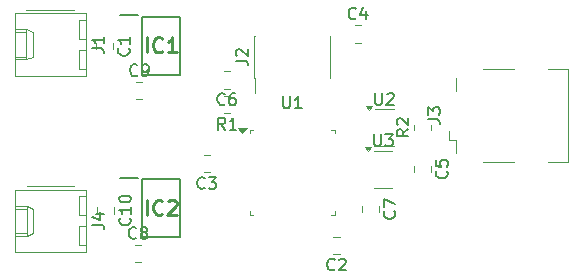
<source format=gbr>
%TF.GenerationSoftware,KiCad,Pcbnew,8.0.6*%
%TF.CreationDate,2025-02-16T10:37:52+01:00*%
%TF.ProjectId,USBTempLogger,55534254-656d-4704-9c6f-676765722e6b,rev?*%
%TF.SameCoordinates,Original*%
%TF.FileFunction,Legend,Top*%
%TF.FilePolarity,Positive*%
%FSLAX46Y46*%
G04 Gerber Fmt 4.6, Leading zero omitted, Abs format (unit mm)*
G04 Created by KiCad (PCBNEW 8.0.6) date 2025-02-16 10:37:52*
%MOMM*%
%LPD*%
G01*
G04 APERTURE LIST*
%ADD10C,0.150000*%
%ADD11C,0.254000*%
%ADD12C,0.120000*%
%ADD13C,0.200000*%
G04 APERTURE END LIST*
D10*
X165983333Y-86679580D02*
X165935714Y-86727200D01*
X165935714Y-86727200D02*
X165792857Y-86774819D01*
X165792857Y-86774819D02*
X165697619Y-86774819D01*
X165697619Y-86774819D02*
X165554762Y-86727200D01*
X165554762Y-86727200D02*
X165459524Y-86631961D01*
X165459524Y-86631961D02*
X165411905Y-86536723D01*
X165411905Y-86536723D02*
X165364286Y-86346247D01*
X165364286Y-86346247D02*
X165364286Y-86203390D01*
X165364286Y-86203390D02*
X165411905Y-86012914D01*
X165411905Y-86012914D02*
X165459524Y-85917676D01*
X165459524Y-85917676D02*
X165554762Y-85822438D01*
X165554762Y-85822438D02*
X165697619Y-85774819D01*
X165697619Y-85774819D02*
X165792857Y-85774819D01*
X165792857Y-85774819D02*
X165935714Y-85822438D01*
X165935714Y-85822438D02*
X165983333Y-85870057D01*
X166840476Y-86108152D02*
X166840476Y-86774819D01*
X166602381Y-85727200D02*
X166364286Y-86441485D01*
X166364286Y-86441485D02*
X166983333Y-86441485D01*
X147483333Y-91479580D02*
X147435714Y-91527200D01*
X147435714Y-91527200D02*
X147292857Y-91574819D01*
X147292857Y-91574819D02*
X147197619Y-91574819D01*
X147197619Y-91574819D02*
X147054762Y-91527200D01*
X147054762Y-91527200D02*
X146959524Y-91431961D01*
X146959524Y-91431961D02*
X146911905Y-91336723D01*
X146911905Y-91336723D02*
X146864286Y-91146247D01*
X146864286Y-91146247D02*
X146864286Y-91003390D01*
X146864286Y-91003390D02*
X146911905Y-90812914D01*
X146911905Y-90812914D02*
X146959524Y-90717676D01*
X146959524Y-90717676D02*
X147054762Y-90622438D01*
X147054762Y-90622438D02*
X147197619Y-90574819D01*
X147197619Y-90574819D02*
X147292857Y-90574819D01*
X147292857Y-90574819D02*
X147435714Y-90622438D01*
X147435714Y-90622438D02*
X147483333Y-90670057D01*
X147959524Y-91574819D02*
X148150000Y-91574819D01*
X148150000Y-91574819D02*
X148245238Y-91527200D01*
X148245238Y-91527200D02*
X148292857Y-91479580D01*
X148292857Y-91479580D02*
X148388095Y-91336723D01*
X148388095Y-91336723D02*
X148435714Y-91146247D01*
X148435714Y-91146247D02*
X148435714Y-90765295D01*
X148435714Y-90765295D02*
X148388095Y-90670057D01*
X148388095Y-90670057D02*
X148340476Y-90622438D01*
X148340476Y-90622438D02*
X148245238Y-90574819D01*
X148245238Y-90574819D02*
X148054762Y-90574819D01*
X148054762Y-90574819D02*
X147959524Y-90622438D01*
X147959524Y-90622438D02*
X147911905Y-90670057D01*
X147911905Y-90670057D02*
X147864286Y-90765295D01*
X147864286Y-90765295D02*
X147864286Y-91003390D01*
X147864286Y-91003390D02*
X147911905Y-91098628D01*
X147911905Y-91098628D02*
X147959524Y-91146247D01*
X147959524Y-91146247D02*
X148054762Y-91193866D01*
X148054762Y-91193866D02*
X148245238Y-91193866D01*
X148245238Y-91193866D02*
X148340476Y-91146247D01*
X148340476Y-91146247D02*
X148388095Y-91098628D01*
X148388095Y-91098628D02*
X148435714Y-91003390D01*
X172104819Y-95233333D02*
X172819104Y-95233333D01*
X172819104Y-95233333D02*
X172961961Y-95280952D01*
X172961961Y-95280952D02*
X173057200Y-95376190D01*
X173057200Y-95376190D02*
X173104819Y-95519047D01*
X173104819Y-95519047D02*
X173104819Y-95614285D01*
X172104819Y-94852380D02*
X172104819Y-94233333D01*
X172104819Y-94233333D02*
X172485771Y-94566666D01*
X172485771Y-94566666D02*
X172485771Y-94423809D01*
X172485771Y-94423809D02*
X172533390Y-94328571D01*
X172533390Y-94328571D02*
X172581009Y-94280952D01*
X172581009Y-94280952D02*
X172676247Y-94233333D01*
X172676247Y-94233333D02*
X172914342Y-94233333D01*
X172914342Y-94233333D02*
X173009580Y-94280952D01*
X173009580Y-94280952D02*
X173057200Y-94328571D01*
X173057200Y-94328571D02*
X173104819Y-94423809D01*
X173104819Y-94423809D02*
X173104819Y-94709523D01*
X173104819Y-94709523D02*
X173057200Y-94804761D01*
X173057200Y-94804761D02*
X173009580Y-94852380D01*
D11*
X148272237Y-103339318D02*
X148272237Y-102069318D01*
X149602714Y-103218365D02*
X149542238Y-103278842D01*
X149542238Y-103278842D02*
X149360809Y-103339318D01*
X149360809Y-103339318D02*
X149239857Y-103339318D01*
X149239857Y-103339318D02*
X149058428Y-103278842D01*
X149058428Y-103278842D02*
X148937476Y-103157889D01*
X148937476Y-103157889D02*
X148876999Y-103036937D01*
X148876999Y-103036937D02*
X148816523Y-102795032D01*
X148816523Y-102795032D02*
X148816523Y-102613603D01*
X148816523Y-102613603D02*
X148876999Y-102371699D01*
X148876999Y-102371699D02*
X148937476Y-102250746D01*
X148937476Y-102250746D02*
X149058428Y-102129794D01*
X149058428Y-102129794D02*
X149239857Y-102069318D01*
X149239857Y-102069318D02*
X149360809Y-102069318D01*
X149360809Y-102069318D02*
X149542238Y-102129794D01*
X149542238Y-102129794D02*
X149602714Y-102190270D01*
X150086523Y-102190270D02*
X150146999Y-102129794D01*
X150146999Y-102129794D02*
X150267952Y-102069318D01*
X150267952Y-102069318D02*
X150570333Y-102069318D01*
X150570333Y-102069318D02*
X150691285Y-102129794D01*
X150691285Y-102129794D02*
X150751761Y-102190270D01*
X150751761Y-102190270D02*
X150812238Y-102311222D01*
X150812238Y-102311222D02*
X150812238Y-102432175D01*
X150812238Y-102432175D02*
X150751761Y-102613603D01*
X150751761Y-102613603D02*
X150026047Y-103339318D01*
X150026047Y-103339318D02*
X150812238Y-103339318D01*
D10*
X146839580Y-103592857D02*
X146887200Y-103640476D01*
X146887200Y-103640476D02*
X146934819Y-103783333D01*
X146934819Y-103783333D02*
X146934819Y-103878571D01*
X146934819Y-103878571D02*
X146887200Y-104021428D01*
X146887200Y-104021428D02*
X146791961Y-104116666D01*
X146791961Y-104116666D02*
X146696723Y-104164285D01*
X146696723Y-104164285D02*
X146506247Y-104211904D01*
X146506247Y-104211904D02*
X146363390Y-104211904D01*
X146363390Y-104211904D02*
X146172914Y-104164285D01*
X146172914Y-104164285D02*
X146077676Y-104116666D01*
X146077676Y-104116666D02*
X145982438Y-104021428D01*
X145982438Y-104021428D02*
X145934819Y-103878571D01*
X145934819Y-103878571D02*
X145934819Y-103783333D01*
X145934819Y-103783333D02*
X145982438Y-103640476D01*
X145982438Y-103640476D02*
X146030057Y-103592857D01*
X146934819Y-102640476D02*
X146934819Y-103211904D01*
X146934819Y-102926190D02*
X145934819Y-102926190D01*
X145934819Y-102926190D02*
X146077676Y-103021428D01*
X146077676Y-103021428D02*
X146172914Y-103116666D01*
X146172914Y-103116666D02*
X146220533Y-103211904D01*
X145934819Y-102021428D02*
X145934819Y-101926190D01*
X145934819Y-101926190D02*
X145982438Y-101830952D01*
X145982438Y-101830952D02*
X146030057Y-101783333D01*
X146030057Y-101783333D02*
X146125295Y-101735714D01*
X146125295Y-101735714D02*
X146315771Y-101688095D01*
X146315771Y-101688095D02*
X146553866Y-101688095D01*
X146553866Y-101688095D02*
X146744342Y-101735714D01*
X146744342Y-101735714D02*
X146839580Y-101783333D01*
X146839580Y-101783333D02*
X146887200Y-101830952D01*
X146887200Y-101830952D02*
X146934819Y-101926190D01*
X146934819Y-101926190D02*
X146934819Y-102021428D01*
X146934819Y-102021428D02*
X146887200Y-102116666D01*
X146887200Y-102116666D02*
X146839580Y-102164285D01*
X146839580Y-102164285D02*
X146744342Y-102211904D01*
X146744342Y-102211904D02*
X146553866Y-102259523D01*
X146553866Y-102259523D02*
X146315771Y-102259523D01*
X146315771Y-102259523D02*
X146125295Y-102211904D01*
X146125295Y-102211904D02*
X146030057Y-102164285D01*
X146030057Y-102164285D02*
X145982438Y-102116666D01*
X145982438Y-102116666D02*
X145934819Y-102021428D01*
X143674819Y-104163333D02*
X144389104Y-104163333D01*
X144389104Y-104163333D02*
X144531961Y-104210952D01*
X144531961Y-104210952D02*
X144627200Y-104306190D01*
X144627200Y-104306190D02*
X144674819Y-104449047D01*
X144674819Y-104449047D02*
X144674819Y-104544285D01*
X144008152Y-103258571D02*
X144674819Y-103258571D01*
X143627200Y-103496666D02*
X144341485Y-103734761D01*
X144341485Y-103734761D02*
X144341485Y-103115714D01*
X170429819Y-96079166D02*
X169953628Y-96412499D01*
X170429819Y-96650594D02*
X169429819Y-96650594D01*
X169429819Y-96650594D02*
X169429819Y-96269642D01*
X169429819Y-96269642D02*
X169477438Y-96174404D01*
X169477438Y-96174404D02*
X169525057Y-96126785D01*
X169525057Y-96126785D02*
X169620295Y-96079166D01*
X169620295Y-96079166D02*
X169763152Y-96079166D01*
X169763152Y-96079166D02*
X169858390Y-96126785D01*
X169858390Y-96126785D02*
X169906009Y-96174404D01*
X169906009Y-96174404D02*
X169953628Y-96269642D01*
X169953628Y-96269642D02*
X169953628Y-96650594D01*
X169525057Y-95698213D02*
X169477438Y-95650594D01*
X169477438Y-95650594D02*
X169429819Y-95555356D01*
X169429819Y-95555356D02*
X169429819Y-95317261D01*
X169429819Y-95317261D02*
X169477438Y-95222023D01*
X169477438Y-95222023D02*
X169525057Y-95174404D01*
X169525057Y-95174404D02*
X169620295Y-95126785D01*
X169620295Y-95126785D02*
X169715533Y-95126785D01*
X169715533Y-95126785D02*
X169858390Y-95174404D01*
X169858390Y-95174404D02*
X170429819Y-95745832D01*
X170429819Y-95745832D02*
X170429819Y-95126785D01*
X155819819Y-90283333D02*
X156534104Y-90283333D01*
X156534104Y-90283333D02*
X156676961Y-90330952D01*
X156676961Y-90330952D02*
X156772200Y-90426190D01*
X156772200Y-90426190D02*
X156819819Y-90569047D01*
X156819819Y-90569047D02*
X156819819Y-90664285D01*
X155915057Y-89854761D02*
X155867438Y-89807142D01*
X155867438Y-89807142D02*
X155819819Y-89711904D01*
X155819819Y-89711904D02*
X155819819Y-89473809D01*
X155819819Y-89473809D02*
X155867438Y-89378571D01*
X155867438Y-89378571D02*
X155915057Y-89330952D01*
X155915057Y-89330952D02*
X156010295Y-89283333D01*
X156010295Y-89283333D02*
X156105533Y-89283333D01*
X156105533Y-89283333D02*
X156248390Y-89330952D01*
X156248390Y-89330952D02*
X156819819Y-89902380D01*
X156819819Y-89902380D02*
X156819819Y-89283333D01*
X153183333Y-101039580D02*
X153135714Y-101087200D01*
X153135714Y-101087200D02*
X152992857Y-101134819D01*
X152992857Y-101134819D02*
X152897619Y-101134819D01*
X152897619Y-101134819D02*
X152754762Y-101087200D01*
X152754762Y-101087200D02*
X152659524Y-100991961D01*
X152659524Y-100991961D02*
X152611905Y-100896723D01*
X152611905Y-100896723D02*
X152564286Y-100706247D01*
X152564286Y-100706247D02*
X152564286Y-100563390D01*
X152564286Y-100563390D02*
X152611905Y-100372914D01*
X152611905Y-100372914D02*
X152659524Y-100277676D01*
X152659524Y-100277676D02*
X152754762Y-100182438D01*
X152754762Y-100182438D02*
X152897619Y-100134819D01*
X152897619Y-100134819D02*
X152992857Y-100134819D01*
X152992857Y-100134819D02*
X153135714Y-100182438D01*
X153135714Y-100182438D02*
X153183333Y-100230057D01*
X153516667Y-100134819D02*
X154135714Y-100134819D01*
X154135714Y-100134819D02*
X153802381Y-100515771D01*
X153802381Y-100515771D02*
X153945238Y-100515771D01*
X153945238Y-100515771D02*
X154040476Y-100563390D01*
X154040476Y-100563390D02*
X154088095Y-100611009D01*
X154088095Y-100611009D02*
X154135714Y-100706247D01*
X154135714Y-100706247D02*
X154135714Y-100944342D01*
X154135714Y-100944342D02*
X154088095Y-101039580D01*
X154088095Y-101039580D02*
X154040476Y-101087200D01*
X154040476Y-101087200D02*
X153945238Y-101134819D01*
X153945238Y-101134819D02*
X153659524Y-101134819D01*
X153659524Y-101134819D02*
X153564286Y-101087200D01*
X153564286Y-101087200D02*
X153516667Y-101039580D01*
X147383333Y-105279580D02*
X147335714Y-105327200D01*
X147335714Y-105327200D02*
X147192857Y-105374819D01*
X147192857Y-105374819D02*
X147097619Y-105374819D01*
X147097619Y-105374819D02*
X146954762Y-105327200D01*
X146954762Y-105327200D02*
X146859524Y-105231961D01*
X146859524Y-105231961D02*
X146811905Y-105136723D01*
X146811905Y-105136723D02*
X146764286Y-104946247D01*
X146764286Y-104946247D02*
X146764286Y-104803390D01*
X146764286Y-104803390D02*
X146811905Y-104612914D01*
X146811905Y-104612914D02*
X146859524Y-104517676D01*
X146859524Y-104517676D02*
X146954762Y-104422438D01*
X146954762Y-104422438D02*
X147097619Y-104374819D01*
X147097619Y-104374819D02*
X147192857Y-104374819D01*
X147192857Y-104374819D02*
X147335714Y-104422438D01*
X147335714Y-104422438D02*
X147383333Y-104470057D01*
X147954762Y-104803390D02*
X147859524Y-104755771D01*
X147859524Y-104755771D02*
X147811905Y-104708152D01*
X147811905Y-104708152D02*
X147764286Y-104612914D01*
X147764286Y-104612914D02*
X147764286Y-104565295D01*
X147764286Y-104565295D02*
X147811905Y-104470057D01*
X147811905Y-104470057D02*
X147859524Y-104422438D01*
X147859524Y-104422438D02*
X147954762Y-104374819D01*
X147954762Y-104374819D02*
X148145238Y-104374819D01*
X148145238Y-104374819D02*
X148240476Y-104422438D01*
X148240476Y-104422438D02*
X148288095Y-104470057D01*
X148288095Y-104470057D02*
X148335714Y-104565295D01*
X148335714Y-104565295D02*
X148335714Y-104612914D01*
X148335714Y-104612914D02*
X148288095Y-104708152D01*
X148288095Y-104708152D02*
X148240476Y-104755771D01*
X148240476Y-104755771D02*
X148145238Y-104803390D01*
X148145238Y-104803390D02*
X147954762Y-104803390D01*
X147954762Y-104803390D02*
X147859524Y-104851009D01*
X147859524Y-104851009D02*
X147811905Y-104898628D01*
X147811905Y-104898628D02*
X147764286Y-104993866D01*
X147764286Y-104993866D02*
X147764286Y-105184342D01*
X147764286Y-105184342D02*
X147811905Y-105279580D01*
X147811905Y-105279580D02*
X147859524Y-105327200D01*
X147859524Y-105327200D02*
X147954762Y-105374819D01*
X147954762Y-105374819D02*
X148145238Y-105374819D01*
X148145238Y-105374819D02*
X148240476Y-105327200D01*
X148240476Y-105327200D02*
X148288095Y-105279580D01*
X148288095Y-105279580D02*
X148335714Y-105184342D01*
X148335714Y-105184342D02*
X148335714Y-104993866D01*
X148335714Y-104993866D02*
X148288095Y-104898628D01*
X148288095Y-104898628D02*
X148240476Y-104851009D01*
X148240476Y-104851009D02*
X148145238Y-104803390D01*
X169239580Y-103016666D02*
X169287200Y-103064285D01*
X169287200Y-103064285D02*
X169334819Y-103207142D01*
X169334819Y-103207142D02*
X169334819Y-103302380D01*
X169334819Y-103302380D02*
X169287200Y-103445237D01*
X169287200Y-103445237D02*
X169191961Y-103540475D01*
X169191961Y-103540475D02*
X169096723Y-103588094D01*
X169096723Y-103588094D02*
X168906247Y-103635713D01*
X168906247Y-103635713D02*
X168763390Y-103635713D01*
X168763390Y-103635713D02*
X168572914Y-103588094D01*
X168572914Y-103588094D02*
X168477676Y-103540475D01*
X168477676Y-103540475D02*
X168382438Y-103445237D01*
X168382438Y-103445237D02*
X168334819Y-103302380D01*
X168334819Y-103302380D02*
X168334819Y-103207142D01*
X168334819Y-103207142D02*
X168382438Y-103064285D01*
X168382438Y-103064285D02*
X168430057Y-103016666D01*
X168334819Y-102683332D02*
X168334819Y-102016666D01*
X168334819Y-102016666D02*
X169334819Y-102445237D01*
X154883333Y-93939580D02*
X154835714Y-93987200D01*
X154835714Y-93987200D02*
X154692857Y-94034819D01*
X154692857Y-94034819D02*
X154597619Y-94034819D01*
X154597619Y-94034819D02*
X154454762Y-93987200D01*
X154454762Y-93987200D02*
X154359524Y-93891961D01*
X154359524Y-93891961D02*
X154311905Y-93796723D01*
X154311905Y-93796723D02*
X154264286Y-93606247D01*
X154264286Y-93606247D02*
X154264286Y-93463390D01*
X154264286Y-93463390D02*
X154311905Y-93272914D01*
X154311905Y-93272914D02*
X154359524Y-93177676D01*
X154359524Y-93177676D02*
X154454762Y-93082438D01*
X154454762Y-93082438D02*
X154597619Y-93034819D01*
X154597619Y-93034819D02*
X154692857Y-93034819D01*
X154692857Y-93034819D02*
X154835714Y-93082438D01*
X154835714Y-93082438D02*
X154883333Y-93130057D01*
X155740476Y-93034819D02*
X155550000Y-93034819D01*
X155550000Y-93034819D02*
X155454762Y-93082438D01*
X155454762Y-93082438D02*
X155407143Y-93130057D01*
X155407143Y-93130057D02*
X155311905Y-93272914D01*
X155311905Y-93272914D02*
X155264286Y-93463390D01*
X155264286Y-93463390D02*
X155264286Y-93844342D01*
X155264286Y-93844342D02*
X155311905Y-93939580D01*
X155311905Y-93939580D02*
X155359524Y-93987200D01*
X155359524Y-93987200D02*
X155454762Y-94034819D01*
X155454762Y-94034819D02*
X155645238Y-94034819D01*
X155645238Y-94034819D02*
X155740476Y-93987200D01*
X155740476Y-93987200D02*
X155788095Y-93939580D01*
X155788095Y-93939580D02*
X155835714Y-93844342D01*
X155835714Y-93844342D02*
X155835714Y-93606247D01*
X155835714Y-93606247D02*
X155788095Y-93511009D01*
X155788095Y-93511009D02*
X155740476Y-93463390D01*
X155740476Y-93463390D02*
X155645238Y-93415771D01*
X155645238Y-93415771D02*
X155454762Y-93415771D01*
X155454762Y-93415771D02*
X155359524Y-93463390D01*
X155359524Y-93463390D02*
X155311905Y-93511009D01*
X155311905Y-93511009D02*
X155264286Y-93606247D01*
D11*
X148260237Y-89574318D02*
X148260237Y-88304318D01*
X149590714Y-89453365D02*
X149530238Y-89513842D01*
X149530238Y-89513842D02*
X149348809Y-89574318D01*
X149348809Y-89574318D02*
X149227857Y-89574318D01*
X149227857Y-89574318D02*
X149046428Y-89513842D01*
X149046428Y-89513842D02*
X148925476Y-89392889D01*
X148925476Y-89392889D02*
X148864999Y-89271937D01*
X148864999Y-89271937D02*
X148804523Y-89030032D01*
X148804523Y-89030032D02*
X148804523Y-88848603D01*
X148804523Y-88848603D02*
X148864999Y-88606699D01*
X148864999Y-88606699D02*
X148925476Y-88485746D01*
X148925476Y-88485746D02*
X149046428Y-88364794D01*
X149046428Y-88364794D02*
X149227857Y-88304318D01*
X149227857Y-88304318D02*
X149348809Y-88304318D01*
X149348809Y-88304318D02*
X149530238Y-88364794D01*
X149530238Y-88364794D02*
X149590714Y-88425270D01*
X150800238Y-89574318D02*
X150074523Y-89574318D01*
X150437380Y-89574318D02*
X150437380Y-88304318D01*
X150437380Y-88304318D02*
X150316428Y-88485746D01*
X150316428Y-88485746D02*
X150195476Y-88606699D01*
X150195476Y-88606699D02*
X150074523Y-88667175D01*
D10*
X167625595Y-93004819D02*
X167625595Y-93814342D01*
X167625595Y-93814342D02*
X167673214Y-93909580D01*
X167673214Y-93909580D02*
X167720833Y-93957200D01*
X167720833Y-93957200D02*
X167816071Y-94004819D01*
X167816071Y-94004819D02*
X168006547Y-94004819D01*
X168006547Y-94004819D02*
X168101785Y-93957200D01*
X168101785Y-93957200D02*
X168149404Y-93909580D01*
X168149404Y-93909580D02*
X168197023Y-93814342D01*
X168197023Y-93814342D02*
X168197023Y-93004819D01*
X168625595Y-93100057D02*
X168673214Y-93052438D01*
X168673214Y-93052438D02*
X168768452Y-93004819D01*
X168768452Y-93004819D02*
X169006547Y-93004819D01*
X169006547Y-93004819D02*
X169101785Y-93052438D01*
X169101785Y-93052438D02*
X169149404Y-93100057D01*
X169149404Y-93100057D02*
X169197023Y-93195295D01*
X169197023Y-93195295D02*
X169197023Y-93290533D01*
X169197023Y-93290533D02*
X169149404Y-93433390D01*
X169149404Y-93433390D02*
X168577976Y-94004819D01*
X168577976Y-94004819D02*
X169197023Y-94004819D01*
X164183333Y-107939580D02*
X164135714Y-107987200D01*
X164135714Y-107987200D02*
X163992857Y-108034819D01*
X163992857Y-108034819D02*
X163897619Y-108034819D01*
X163897619Y-108034819D02*
X163754762Y-107987200D01*
X163754762Y-107987200D02*
X163659524Y-107891961D01*
X163659524Y-107891961D02*
X163611905Y-107796723D01*
X163611905Y-107796723D02*
X163564286Y-107606247D01*
X163564286Y-107606247D02*
X163564286Y-107463390D01*
X163564286Y-107463390D02*
X163611905Y-107272914D01*
X163611905Y-107272914D02*
X163659524Y-107177676D01*
X163659524Y-107177676D02*
X163754762Y-107082438D01*
X163754762Y-107082438D02*
X163897619Y-107034819D01*
X163897619Y-107034819D02*
X163992857Y-107034819D01*
X163992857Y-107034819D02*
X164135714Y-107082438D01*
X164135714Y-107082438D02*
X164183333Y-107130057D01*
X164564286Y-107130057D02*
X164611905Y-107082438D01*
X164611905Y-107082438D02*
X164707143Y-107034819D01*
X164707143Y-107034819D02*
X164945238Y-107034819D01*
X164945238Y-107034819D02*
X165040476Y-107082438D01*
X165040476Y-107082438D02*
X165088095Y-107130057D01*
X165088095Y-107130057D02*
X165135714Y-107225295D01*
X165135714Y-107225295D02*
X165135714Y-107320533D01*
X165135714Y-107320533D02*
X165088095Y-107463390D01*
X165088095Y-107463390D02*
X164516667Y-108034819D01*
X164516667Y-108034819D02*
X165135714Y-108034819D01*
X159838095Y-93299819D02*
X159838095Y-94109342D01*
X159838095Y-94109342D02*
X159885714Y-94204580D01*
X159885714Y-94204580D02*
X159933333Y-94252200D01*
X159933333Y-94252200D02*
X160028571Y-94299819D01*
X160028571Y-94299819D02*
X160219047Y-94299819D01*
X160219047Y-94299819D02*
X160314285Y-94252200D01*
X160314285Y-94252200D02*
X160361904Y-94204580D01*
X160361904Y-94204580D02*
X160409523Y-94109342D01*
X160409523Y-94109342D02*
X160409523Y-93299819D01*
X161409523Y-94299819D02*
X160838095Y-94299819D01*
X161123809Y-94299819D02*
X161123809Y-93299819D01*
X161123809Y-93299819D02*
X161028571Y-93442676D01*
X161028571Y-93442676D02*
X160933333Y-93537914D01*
X160933333Y-93537914D02*
X160838095Y-93585533D01*
X167525595Y-96504819D02*
X167525595Y-97314342D01*
X167525595Y-97314342D02*
X167573214Y-97409580D01*
X167573214Y-97409580D02*
X167620833Y-97457200D01*
X167620833Y-97457200D02*
X167716071Y-97504819D01*
X167716071Y-97504819D02*
X167906547Y-97504819D01*
X167906547Y-97504819D02*
X168001785Y-97457200D01*
X168001785Y-97457200D02*
X168049404Y-97409580D01*
X168049404Y-97409580D02*
X168097023Y-97314342D01*
X168097023Y-97314342D02*
X168097023Y-96504819D01*
X168477976Y-96504819D02*
X169097023Y-96504819D01*
X169097023Y-96504819D02*
X168763690Y-96885771D01*
X168763690Y-96885771D02*
X168906547Y-96885771D01*
X168906547Y-96885771D02*
X169001785Y-96933390D01*
X169001785Y-96933390D02*
X169049404Y-96981009D01*
X169049404Y-96981009D02*
X169097023Y-97076247D01*
X169097023Y-97076247D02*
X169097023Y-97314342D01*
X169097023Y-97314342D02*
X169049404Y-97409580D01*
X169049404Y-97409580D02*
X169001785Y-97457200D01*
X169001785Y-97457200D02*
X168906547Y-97504819D01*
X168906547Y-97504819D02*
X168620833Y-97504819D01*
X168620833Y-97504819D02*
X168525595Y-97457200D01*
X168525595Y-97457200D02*
X168477976Y-97409580D01*
X154920833Y-96104819D02*
X154587500Y-95628628D01*
X154349405Y-96104819D02*
X154349405Y-95104819D01*
X154349405Y-95104819D02*
X154730357Y-95104819D01*
X154730357Y-95104819D02*
X154825595Y-95152438D01*
X154825595Y-95152438D02*
X154873214Y-95200057D01*
X154873214Y-95200057D02*
X154920833Y-95295295D01*
X154920833Y-95295295D02*
X154920833Y-95438152D01*
X154920833Y-95438152D02*
X154873214Y-95533390D01*
X154873214Y-95533390D02*
X154825595Y-95581009D01*
X154825595Y-95581009D02*
X154730357Y-95628628D01*
X154730357Y-95628628D02*
X154349405Y-95628628D01*
X155873214Y-96104819D02*
X155301786Y-96104819D01*
X155587500Y-96104819D02*
X155587500Y-95104819D01*
X155587500Y-95104819D02*
X155492262Y-95247676D01*
X155492262Y-95247676D02*
X155397024Y-95342914D01*
X155397024Y-95342914D02*
X155301786Y-95390533D01*
X173664580Y-99616666D02*
X173712200Y-99664285D01*
X173712200Y-99664285D02*
X173759819Y-99807142D01*
X173759819Y-99807142D02*
X173759819Y-99902380D01*
X173759819Y-99902380D02*
X173712200Y-100045237D01*
X173712200Y-100045237D02*
X173616961Y-100140475D01*
X173616961Y-100140475D02*
X173521723Y-100188094D01*
X173521723Y-100188094D02*
X173331247Y-100235713D01*
X173331247Y-100235713D02*
X173188390Y-100235713D01*
X173188390Y-100235713D02*
X172997914Y-100188094D01*
X172997914Y-100188094D02*
X172902676Y-100140475D01*
X172902676Y-100140475D02*
X172807438Y-100045237D01*
X172807438Y-100045237D02*
X172759819Y-99902380D01*
X172759819Y-99902380D02*
X172759819Y-99807142D01*
X172759819Y-99807142D02*
X172807438Y-99664285D01*
X172807438Y-99664285D02*
X172855057Y-99616666D01*
X172759819Y-98711904D02*
X172759819Y-99188094D01*
X172759819Y-99188094D02*
X173236009Y-99235713D01*
X173236009Y-99235713D02*
X173188390Y-99188094D01*
X173188390Y-99188094D02*
X173140771Y-99092856D01*
X173140771Y-99092856D02*
X173140771Y-98854761D01*
X173140771Y-98854761D02*
X173188390Y-98759523D01*
X173188390Y-98759523D02*
X173236009Y-98711904D01*
X173236009Y-98711904D02*
X173331247Y-98664285D01*
X173331247Y-98664285D02*
X173569342Y-98664285D01*
X173569342Y-98664285D02*
X173664580Y-98711904D01*
X173664580Y-98711904D02*
X173712200Y-98759523D01*
X173712200Y-98759523D02*
X173759819Y-98854761D01*
X173759819Y-98854761D02*
X173759819Y-99092856D01*
X173759819Y-99092856D02*
X173712200Y-99188094D01*
X173712200Y-99188094D02*
X173664580Y-99235713D01*
X143654819Y-89233333D02*
X144369104Y-89233333D01*
X144369104Y-89233333D02*
X144511961Y-89280952D01*
X144511961Y-89280952D02*
X144607200Y-89376190D01*
X144607200Y-89376190D02*
X144654819Y-89519047D01*
X144654819Y-89519047D02*
X144654819Y-89614285D01*
X144654819Y-88233333D02*
X144654819Y-88804761D01*
X144654819Y-88519047D02*
X143654819Y-88519047D01*
X143654819Y-88519047D02*
X143797676Y-88614285D01*
X143797676Y-88614285D02*
X143892914Y-88709523D01*
X143892914Y-88709523D02*
X143940533Y-88804761D01*
X146739580Y-89216666D02*
X146787200Y-89264285D01*
X146787200Y-89264285D02*
X146834819Y-89407142D01*
X146834819Y-89407142D02*
X146834819Y-89502380D01*
X146834819Y-89502380D02*
X146787200Y-89645237D01*
X146787200Y-89645237D02*
X146691961Y-89740475D01*
X146691961Y-89740475D02*
X146596723Y-89788094D01*
X146596723Y-89788094D02*
X146406247Y-89835713D01*
X146406247Y-89835713D02*
X146263390Y-89835713D01*
X146263390Y-89835713D02*
X146072914Y-89788094D01*
X146072914Y-89788094D02*
X145977676Y-89740475D01*
X145977676Y-89740475D02*
X145882438Y-89645237D01*
X145882438Y-89645237D02*
X145834819Y-89502380D01*
X145834819Y-89502380D02*
X145834819Y-89407142D01*
X145834819Y-89407142D02*
X145882438Y-89264285D01*
X145882438Y-89264285D02*
X145930057Y-89216666D01*
X146834819Y-88264285D02*
X146834819Y-88835713D01*
X146834819Y-88549999D02*
X145834819Y-88549999D01*
X145834819Y-88549999D02*
X145977676Y-88645237D01*
X145977676Y-88645237D02*
X146072914Y-88740475D01*
X146072914Y-88740475D02*
X146120533Y-88835713D01*
D12*
%TO.C,C4*%
X165888748Y-87265000D02*
X166411252Y-87265000D01*
X165888748Y-88735000D02*
X166411252Y-88735000D01*
%TO.C,C9*%
X147388748Y-92065000D02*
X147911252Y-92065000D01*
X147388748Y-93535000D02*
X147911252Y-93535000D01*
%TO.C,J3*%
X173850000Y-96950000D02*
X173850000Y-96250000D01*
X174440000Y-92850000D02*
X174440000Y-91700000D01*
X174440000Y-96950000D02*
X173850000Y-96950000D01*
X174440000Y-98100000D02*
X174440000Y-96950000D01*
X176750000Y-90940000D02*
X179350000Y-90940000D01*
X179350000Y-98860000D02*
X176750000Y-98860000D01*
X182250000Y-98860000D02*
X183910000Y-98860000D01*
X183910000Y-90940000D02*
X182250000Y-90940000D01*
X183910000Y-98860000D02*
X183910000Y-90940000D01*
D13*
%TO.C,IC2*%
X146037000Y-100185000D02*
X147562000Y-100185000D01*
X147912000Y-100315000D02*
X151112000Y-100315000D01*
X147912000Y-105215000D02*
X147912000Y-100315000D01*
X151112000Y-100315000D02*
X151112000Y-105215000D01*
X151112000Y-105215000D02*
X147912000Y-105215000D01*
D12*
%TO.C,C10*%
X144065000Y-102688748D02*
X144065000Y-103211252D01*
X145535000Y-102688748D02*
X145535000Y-103211252D01*
%TO.C,J4*%
X137110000Y-101180000D02*
X137110000Y-106480000D01*
X137110000Y-102560000D02*
X138110000Y-102560000D01*
X137110000Y-102810000D02*
X138110000Y-102810000D01*
X137110000Y-104850000D02*
X138110000Y-104850000D01*
X137110000Y-106480000D02*
X143130000Y-106480000D01*
X138110000Y-102560000D02*
X138110000Y-105100000D01*
X138110000Y-102560000D02*
X138640000Y-102810000D01*
X138110000Y-105100000D02*
X137110000Y-105100000D01*
X138640000Y-102810000D02*
X138640000Y-104850000D01*
X138640000Y-104850000D02*
X138110000Y-105100000D01*
X142100000Y-100890000D02*
X138100000Y-100890000D01*
X142530000Y-101760000D02*
X142530000Y-103360000D01*
X142530000Y-103360000D02*
X143130000Y-103360000D01*
X142530000Y-104300000D02*
X142530000Y-105900000D01*
X142530000Y-105900000D02*
X143130000Y-105900000D01*
X143130000Y-101180000D02*
X137110000Y-101180000D01*
X143130000Y-101760000D02*
X142530000Y-101760000D01*
X143130000Y-104300000D02*
X142530000Y-104300000D01*
X143130000Y-106480000D02*
X143130000Y-101180000D01*
%TO.C,R2*%
X170890000Y-96139564D02*
X170890000Y-95685436D01*
X172360000Y-96139564D02*
X172360000Y-95685436D01*
%TO.C,J2*%
X157365000Y-88185000D02*
X157430000Y-88185000D01*
X157365000Y-91715000D02*
X157365000Y-88185000D01*
X157365000Y-91715000D02*
X157430000Y-91715000D01*
X157430000Y-93040000D02*
X157430000Y-91715000D01*
X163770000Y-88185000D02*
X163835000Y-88185000D01*
X163770000Y-91715000D02*
X163835000Y-91715000D01*
X163835000Y-91715000D02*
X163835000Y-88185000D01*
%TO.C,C3*%
X153611252Y-98265000D02*
X153088748Y-98265000D01*
X153611252Y-99735000D02*
X153088748Y-99735000D01*
%TO.C,C8*%
X147288748Y-105865000D02*
X147811252Y-105865000D01*
X147288748Y-107335000D02*
X147811252Y-107335000D01*
%TO.C,C7*%
X166465000Y-102588748D02*
X166465000Y-103111252D01*
X167935000Y-102588748D02*
X167935000Y-103111252D01*
%TO.C,C6*%
X155311252Y-91165000D02*
X154788748Y-91165000D01*
X155311252Y-92635000D02*
X154788748Y-92635000D01*
D13*
%TO.C,IC1*%
X146025000Y-86420000D02*
X147550000Y-86420000D01*
X147900000Y-86550000D02*
X151100000Y-86550000D01*
X147900000Y-91450000D02*
X147900000Y-86550000D01*
X151100000Y-86550000D02*
X151100000Y-91450000D01*
X151100000Y-91450000D02*
X147900000Y-91450000D01*
D12*
%TO.C,U2*%
X168387500Y-94390000D02*
X167587500Y-94390000D01*
X168387500Y-94390000D02*
X169187500Y-94390000D01*
X168387500Y-97510000D02*
X167587500Y-97510000D01*
X168387500Y-97510000D02*
X169187500Y-97510000D01*
X167087500Y-94440000D02*
X166847500Y-94110000D01*
X167327500Y-94110000D01*
X167087500Y-94440000D01*
G36*
X167087500Y-94440000D02*
G01*
X166847500Y-94110000D01*
X167327500Y-94110000D01*
X167087500Y-94440000D01*
G37*
%TO.C,C2*%
X164611252Y-105165000D02*
X164088748Y-105165000D01*
X164611252Y-106635000D02*
X164088748Y-106635000D01*
%TO.C,U1*%
X156990000Y-96115000D02*
X156990000Y-96415000D01*
X156990000Y-103335000D02*
X156990000Y-103035000D01*
X157290000Y-96115000D02*
X156990000Y-96115000D01*
X157290000Y-103335000D02*
X156990000Y-103335000D01*
X163910000Y-96115000D02*
X164210000Y-96115000D01*
X163910000Y-103335000D02*
X164210000Y-103335000D01*
X164210000Y-96115000D02*
X164210000Y-96415000D01*
X164210000Y-103335000D02*
X164210000Y-103035000D01*
X156387500Y-96415000D02*
X156047500Y-95945000D01*
X156727500Y-95945000D01*
X156387500Y-96415000D01*
G36*
X156387500Y-96415000D02*
G01*
X156047500Y-95945000D01*
X156727500Y-95945000D01*
X156387500Y-96415000D01*
G37*
%TO.C,U3*%
X168287500Y-97890000D02*
X167487500Y-97890000D01*
X168287500Y-97890000D02*
X169087500Y-97890000D01*
X168287500Y-101010000D02*
X167487500Y-101010000D01*
X168287500Y-101010000D02*
X169087500Y-101010000D01*
X166987500Y-97940000D02*
X166747500Y-97610000D01*
X167227500Y-97610000D01*
X166987500Y-97940000D01*
G36*
X166987500Y-97940000D02*
G01*
X166747500Y-97610000D01*
X167227500Y-97610000D01*
X166987500Y-97940000D01*
G37*
%TO.C,R1*%
X155314564Y-93265000D02*
X154860436Y-93265000D01*
X155314564Y-94735000D02*
X154860436Y-94735000D01*
%TO.C,C5*%
X170890000Y-99188748D02*
X170890000Y-99711252D01*
X172360000Y-99188748D02*
X172360000Y-99711252D01*
%TO.C,J1*%
X137090000Y-86250000D02*
X137090000Y-91550000D01*
X137090000Y-87630000D02*
X138090000Y-87630000D01*
X137090000Y-87880000D02*
X138090000Y-87880000D01*
X137090000Y-89920000D02*
X138090000Y-89920000D01*
X137090000Y-91550000D02*
X143110000Y-91550000D01*
X138090000Y-87630000D02*
X138090000Y-90170000D01*
X138090000Y-87630000D02*
X138620000Y-87880000D01*
X138090000Y-90170000D02*
X137090000Y-90170000D01*
X138620000Y-87880000D02*
X138620000Y-89920000D01*
X138620000Y-89920000D02*
X138090000Y-90170000D01*
X142080000Y-85960000D02*
X138080000Y-85960000D01*
X142510000Y-86830000D02*
X142510000Y-88430000D01*
X142510000Y-88430000D02*
X143110000Y-88430000D01*
X142510000Y-89370000D02*
X142510000Y-90970000D01*
X142510000Y-90970000D02*
X143110000Y-90970000D01*
X143110000Y-86250000D02*
X137090000Y-86250000D01*
X143110000Y-86830000D02*
X142510000Y-86830000D01*
X143110000Y-89370000D02*
X142510000Y-89370000D01*
X143110000Y-91550000D02*
X143110000Y-86250000D01*
%TO.C,C1*%
X143965000Y-88788748D02*
X143965000Y-89311252D01*
X145435000Y-88788748D02*
X145435000Y-89311252D01*
%TD*%
M02*

</source>
